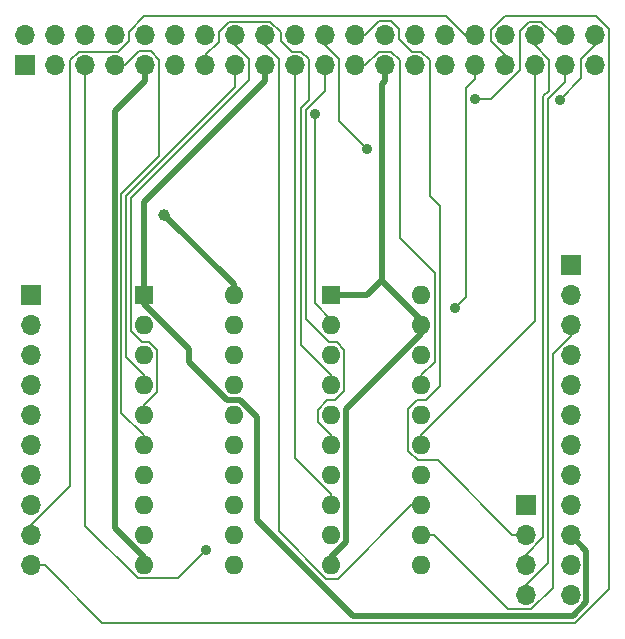
<source format=gbl>
G04 #@! TF.GenerationSoftware,KiCad,Pcbnew,(6.0.9)*
G04 #@! TF.CreationDate,2022-12-17T09:19:39+09:00*
G04 #@! TF.ProjectId,fc-dumper-base-hat-2,66632d64-756d-4706-9572-2d626173652d,rev?*
G04 #@! TF.SameCoordinates,PX5f5e100PY5f5e100*
G04 #@! TF.FileFunction,Copper,L2,Bot*
G04 #@! TF.FilePolarity,Positive*
%FSLAX46Y46*%
G04 Gerber Fmt 4.6, Leading zero omitted, Abs format (unit mm)*
G04 Created by KiCad (PCBNEW (6.0.9)) date 2022-12-17 09:19:39*
%MOMM*%
%LPD*%
G01*
G04 APERTURE LIST*
G04 #@! TA.AperFunction,ComponentPad*
%ADD10R,1.600000X1.600000*%
G04 #@! TD*
G04 #@! TA.AperFunction,ComponentPad*
%ADD11O,1.600000X1.600000*%
G04 #@! TD*
G04 #@! TA.AperFunction,ComponentPad*
%ADD12R,1.700000X1.700000*%
G04 #@! TD*
G04 #@! TA.AperFunction,ComponentPad*
%ADD13O,1.700000X1.700000*%
G04 #@! TD*
G04 #@! TA.AperFunction,ViaPad*
%ADD14C,1.000000*%
G04 #@! TD*
G04 #@! TA.AperFunction,ViaPad*
%ADD15C,0.900000*%
G04 #@! TD*
G04 #@! TA.AperFunction,Conductor*
%ADD16C,0.500000*%
G04 #@! TD*
G04 #@! TA.AperFunction,Conductor*
%ADD17C,0.200000*%
G04 #@! TD*
G04 APERTURE END LIST*
D10*
X34300000Y31745000D03*
D11*
X34300000Y29205000D03*
X34300000Y26665000D03*
X34300000Y24125000D03*
X34300000Y21585000D03*
X34300000Y19045000D03*
X34300000Y16505000D03*
X34300000Y13965000D03*
X34300000Y11425000D03*
X34300000Y8885000D03*
X41920000Y8885000D03*
X41920000Y11425000D03*
X41920000Y13965000D03*
X41920000Y16505000D03*
X41920000Y19045000D03*
X41920000Y21585000D03*
X41920000Y24125000D03*
X41920000Y26665000D03*
X41920000Y29205000D03*
X41920000Y31745000D03*
D10*
X18425000Y31745000D03*
D11*
X18425000Y29205000D03*
X18425000Y26665000D03*
X18425000Y24125000D03*
X18425000Y21585000D03*
X18425000Y19045000D03*
X18425000Y16505000D03*
X18425000Y13965000D03*
X18425000Y11425000D03*
X18425000Y8885000D03*
X26045000Y8885000D03*
X26045000Y11425000D03*
X26045000Y13965000D03*
X26045000Y16505000D03*
X26045000Y19045000D03*
X26045000Y21585000D03*
X26045000Y24125000D03*
X26045000Y26665000D03*
X26045000Y29205000D03*
X26045000Y31745000D03*
D12*
X54610000Y34290000D03*
D13*
X54610000Y31750000D03*
X54610000Y29210000D03*
X54610000Y26670000D03*
X54610000Y24130000D03*
X54610000Y21590000D03*
X54610000Y19050000D03*
X54610000Y16510000D03*
X54610000Y13970000D03*
X54610000Y11430000D03*
X54610000Y8890000D03*
X54610000Y6350000D03*
D12*
X50800000Y13970000D03*
D13*
X50800000Y11430000D03*
X50800000Y8890000D03*
X50800000Y6350000D03*
D12*
X8890000Y31750000D03*
D13*
X8890000Y29210000D03*
X8890000Y26670000D03*
X8890000Y24130000D03*
X8890000Y21590000D03*
X8890000Y19050000D03*
X8890000Y16510000D03*
X8890000Y13970000D03*
X8890000Y11430000D03*
X8890000Y8890000D03*
D12*
X8370000Y51230000D03*
D13*
X8370000Y53770000D03*
X10910000Y51230000D03*
X10910000Y53770000D03*
X13450000Y51230000D03*
X13450000Y53770000D03*
X15990000Y51230000D03*
X15990000Y53770000D03*
X18530000Y51230000D03*
X18530000Y53770000D03*
X21070000Y51230000D03*
X21070000Y53770000D03*
X23610000Y51230000D03*
X23610000Y53770000D03*
X26150000Y51230000D03*
X26150000Y53770000D03*
X28690000Y51230000D03*
X28690000Y53770000D03*
X31230000Y51230000D03*
X31230000Y53770000D03*
X33770000Y51230000D03*
X33770000Y53770000D03*
X36310000Y51230000D03*
X36310000Y53770000D03*
X38850000Y51230000D03*
X38850000Y53770000D03*
X41390000Y51230000D03*
X41390000Y53770000D03*
X43930000Y51230000D03*
X43930000Y53770000D03*
X46470000Y51230000D03*
X46470000Y53770000D03*
X49010000Y51230000D03*
X49010000Y53770000D03*
X51550000Y51230000D03*
X51550000Y53770000D03*
X54090000Y51230000D03*
X54090000Y53770000D03*
X56630000Y51230000D03*
X56630000Y53770000D03*
D14*
X20154300Y38552800D03*
D15*
X32910800Y47129400D03*
X37308900Y44127600D03*
X44748600Y30644800D03*
X46450000Y48392200D03*
X53646300Y48309600D03*
X23732100Y10155000D03*
D16*
X38850000Y51230000D02*
X38850000Y49929900D01*
X15964600Y47364500D02*
X18530000Y49929900D01*
X18425000Y8885000D02*
X18425000Y9588200D01*
X38850000Y49929900D02*
X38600000Y49679900D01*
X15964600Y12048600D02*
X15964600Y47364500D01*
X38600000Y49679900D02*
X38600000Y33007100D01*
X34300000Y9588100D02*
X35550100Y10838200D01*
X41920000Y29205000D02*
X41920000Y29687100D01*
X18425000Y9588200D02*
X15964600Y12048600D01*
X35550100Y10838200D02*
X35550100Y22103000D01*
X34300000Y8885000D02*
X34300000Y9588100D01*
X41920000Y28472900D02*
X41920000Y29205000D01*
X35550100Y22103000D02*
X41920000Y28472900D01*
X34300000Y31745000D02*
X37325000Y31745000D01*
X41920000Y29687100D02*
X38600000Y33007100D01*
X37325000Y31745000D02*
X38600000Y33020000D01*
X18530000Y49929900D02*
X18530000Y51230000D01*
X22225000Y26138900D02*
X25508900Y22855000D01*
X55912100Y10127900D02*
X54610000Y11430000D01*
X28690000Y51230000D02*
X28690000Y49929900D01*
X54751300Y4610600D02*
X55912100Y5771400D01*
X18425000Y31745000D02*
X18425000Y31041900D01*
X26611200Y22855000D02*
X28044900Y21421300D01*
X28044900Y12731300D02*
X36165600Y4610600D01*
X25508900Y22855000D02*
X26611200Y22855000D01*
X18425000Y31041900D02*
X22225000Y27241900D01*
X36165600Y4610600D02*
X54751300Y4610600D01*
X28044900Y21421300D02*
X28044900Y12731300D01*
X18425000Y39664900D02*
X28690000Y49929900D01*
X22225000Y27241900D02*
X22225000Y26138900D01*
X55912100Y5771400D02*
X55912100Y10127900D01*
X18425000Y32370100D02*
X18425000Y32995100D01*
X18425000Y32995100D02*
X18425000Y39664900D01*
X18425000Y32370100D02*
X18425000Y31745000D01*
X26035000Y32672100D02*
X26035000Y32385000D01*
X26035000Y32385000D02*
X26045000Y32375000D01*
X20154300Y38552800D02*
X26035000Y32672100D01*
X26045000Y32375000D02*
X26045000Y31745000D01*
D17*
X18022600Y52400000D02*
X19014400Y52400000D01*
X19701800Y51712600D02*
X19701800Y43524400D01*
X19014400Y52400000D02*
X19701800Y51712600D01*
X15990000Y51230000D02*
X16852600Y51230000D01*
X18425000Y19917100D02*
X18425000Y19045000D01*
X16852600Y51230000D02*
X18022600Y52400000D01*
X16514700Y21827400D02*
X18425000Y19917100D01*
X16514700Y40337300D02*
X16514700Y21827400D01*
X19701800Y43524400D02*
X16514700Y40337300D01*
X34300000Y29205000D02*
X34300000Y29688100D01*
X34300000Y29688100D02*
X32910800Y31077300D01*
X32910800Y31077300D02*
X32910800Y47129400D01*
X30955700Y52380200D02*
X31768200Y52380200D01*
X23610000Y51230000D02*
X23610000Y52092500D01*
X24760100Y54044000D02*
X25652600Y54936500D01*
X29153500Y54936500D02*
X30040100Y54049900D01*
X31768200Y52380200D02*
X32425300Y51723100D01*
X32425300Y48270400D02*
X31760600Y47605700D01*
X31760600Y27536500D02*
X34300000Y24997100D01*
X31760600Y47605700D02*
X31760600Y27536500D01*
X23610000Y52092500D02*
X24760100Y53242600D01*
X25652600Y54936500D02*
X29153500Y54936500D01*
X32425300Y51723100D02*
X32425300Y48270400D01*
X24760100Y53242600D02*
X24760100Y54044000D01*
X30040100Y54049900D02*
X30040100Y53295800D01*
X34300000Y24997100D02*
X34300000Y24125000D01*
X30040100Y53295800D02*
X30955700Y52380200D01*
X18425000Y24997100D02*
X16914800Y26507300D01*
X16914800Y26507300D02*
X16914800Y40128500D01*
X26150000Y49363700D02*
X26150000Y51230000D01*
X18425000Y24125000D02*
X18425000Y24997100D01*
X16914800Y40128500D02*
X26150000Y49363700D01*
X26150000Y53770000D02*
X26150000Y52907400D01*
X19558500Y27117100D02*
X19558500Y23590700D01*
X17324800Y39972600D02*
X17324800Y28710200D01*
X27301600Y51755800D02*
X27301600Y49949400D01*
X19558500Y23590700D02*
X18425000Y22457200D01*
X18884700Y27790900D02*
X19558500Y27117100D01*
X27301600Y49949400D02*
X17324800Y39972600D01*
X18244100Y27790900D02*
X18884700Y27790900D01*
X17324800Y28710200D02*
X18244100Y27790900D01*
X18425000Y22457200D02*
X18425000Y21585000D01*
X26150000Y52907400D02*
X27301600Y51755800D01*
X33857900Y7767800D02*
X34850600Y7767800D01*
X41280000Y13965000D02*
X41920000Y13965000D01*
X29840100Y51757400D02*
X29840100Y11785600D01*
X34850600Y7767800D02*
X41052800Y13970000D01*
X41275000Y13970000D02*
X41280000Y13965000D01*
X28690000Y53770000D02*
X28690000Y52907500D01*
X29840100Y11785600D02*
X33857900Y7767800D01*
X41052800Y13970000D02*
X41275000Y13970000D01*
X28690000Y52907500D02*
X29840100Y51757400D01*
X34300000Y13965000D02*
X34300000Y14927600D01*
X31230000Y17997600D02*
X31230000Y51230000D01*
X34300000Y14927600D02*
X31230000Y17997600D01*
X34290000Y19685000D02*
X34290000Y19927100D01*
X34750700Y27775900D02*
X34134200Y27775900D01*
X33770000Y49049300D02*
X33770000Y51230000D01*
X32160700Y29749400D02*
X32160700Y47440000D01*
X34290000Y19927100D02*
X33190000Y21027100D01*
X33190000Y21027100D02*
X33190000Y22074000D01*
X33190000Y22074000D02*
X33971000Y22855000D01*
X34300000Y19045000D02*
X34300000Y19675000D01*
X34134200Y27775900D02*
X32160700Y29749400D01*
X34586900Y22855000D02*
X35401600Y23669700D01*
X35401600Y27125000D02*
X34750700Y27775900D01*
X32160700Y47440000D02*
X33770000Y49049300D01*
X33971000Y22855000D02*
X34586900Y22855000D01*
X35401600Y23669700D02*
X35401600Y27125000D01*
X34300000Y19675000D02*
X34290000Y19685000D01*
X33770000Y52907500D02*
X34920100Y51757400D01*
X33770000Y53770000D02*
X33770000Y52907500D01*
X34920100Y51757400D02*
X34920100Y46516400D01*
X34920100Y46516400D02*
X37308900Y44127600D01*
X43072400Y33660500D02*
X43072400Y26149600D01*
X41920000Y24755000D02*
X41920000Y24125000D01*
X40120000Y51648400D02*
X40120000Y36612900D01*
X39388200Y52380200D02*
X40120000Y51648400D01*
X37172600Y51230000D02*
X38322800Y52380200D01*
X38322800Y52380200D02*
X39388200Y52380200D01*
X41910000Y24987200D02*
X41910000Y24765000D01*
X41910000Y24765000D02*
X41920000Y24755000D01*
X43072400Y26149600D02*
X41910000Y24987200D01*
X36310000Y51230000D02*
X37172600Y51230000D01*
X40120000Y36612900D02*
X43072400Y33660500D01*
X41115700Y52380200D02*
X41928200Y52380200D01*
X42308900Y22871700D02*
X41599900Y22871700D01*
X42660000Y51648400D02*
X42660000Y40134900D01*
X39323200Y54986500D02*
X40000200Y54309500D01*
X43472600Y39322300D02*
X43472600Y24035400D01*
X40000200Y53495700D02*
X41115700Y52380200D01*
X43304900Y17775000D02*
X49649900Y11430000D01*
X41599900Y22871700D02*
X40816300Y22088100D01*
X42660000Y40134900D02*
X43472600Y39322300D01*
X41634200Y17775000D02*
X43304900Y17775000D01*
X49649900Y11430000D02*
X50800000Y11430000D01*
X38389100Y54986500D02*
X39323200Y54986500D01*
X40816300Y18592900D02*
X41634200Y17775000D01*
X40000200Y54309500D02*
X40000200Y53495700D01*
X43472600Y24035400D02*
X42308900Y22871700D01*
X41928200Y52380200D02*
X42660000Y51648400D01*
X36310000Y53770000D02*
X37172600Y53770000D01*
X37172600Y53770000D02*
X38389100Y54986500D01*
X40816300Y22088100D02*
X40816300Y18592900D01*
X45700000Y49309900D02*
X45700000Y31596200D01*
X45700000Y31596200D02*
X44748600Y30644800D01*
X46470000Y50079900D02*
X45700000Y49309900D01*
X46470000Y51230000D02*
X46470000Y50079900D01*
X46470000Y53770000D02*
X45607400Y53770000D01*
X12180000Y51648400D02*
X12180000Y15631800D01*
X12180000Y15631800D02*
X8890000Y12341800D01*
X8890000Y12341800D02*
X8890000Y11430000D01*
X17140200Y54038100D02*
X17140200Y53269000D01*
X12911800Y52380200D02*
X12180000Y51648400D01*
X43990700Y55386700D02*
X18488800Y55386700D01*
X17140200Y53269000D02*
X16251400Y52380200D01*
X45607400Y53770000D02*
X43990700Y55386700D01*
X18488800Y55386700D02*
X17140200Y54038100D01*
X16251400Y52380200D02*
X12911800Y52380200D01*
X51550000Y52907400D02*
X52739900Y51717500D01*
X50800000Y9801800D02*
X50800000Y8890000D01*
X51550000Y53770000D02*
X51550000Y52907400D01*
X52259500Y11261300D02*
X50800000Y9801800D01*
X52259500Y48600400D02*
X52259500Y11261300D01*
X52739900Y51717500D02*
X52739900Y49080800D01*
X52739900Y49080800D02*
X52259500Y48600400D01*
X50800000Y7261800D02*
X52659600Y9121400D01*
X54090000Y49814000D02*
X54090000Y51230000D01*
X50800000Y6350000D02*
X50800000Y7261800D01*
X52659600Y9121400D02*
X52659600Y48383600D01*
X52659600Y48383600D02*
X54090000Y49814000D01*
X47826700Y53275900D02*
X47826700Y54217800D01*
X54967500Y4045100D02*
X14885000Y4045100D01*
X49010000Y51230000D02*
X49010000Y52092600D01*
X56720100Y55386500D02*
X57835000Y54271600D01*
X10040100Y8890000D02*
X8890000Y8890000D01*
X49010000Y52092600D02*
X47826700Y53275900D01*
X47826700Y54217800D02*
X48995400Y55386500D01*
X57835000Y54271600D02*
X57835000Y6912600D01*
X14885000Y4045100D02*
X10040100Y8890000D01*
X48995400Y55386500D02*
X56720100Y55386500D01*
X57835000Y6912600D02*
X54967500Y4045100D01*
X41910000Y19685000D02*
X41920000Y19675000D01*
X51550000Y51230000D02*
X51550000Y29547200D01*
X41920000Y19675000D02*
X41920000Y19045000D01*
X41910000Y19907200D02*
X41910000Y19685000D01*
X51550000Y29547200D02*
X41910000Y19907200D01*
X52071000Y54926400D02*
X51069400Y54926400D01*
X47830800Y48392200D02*
X46450000Y48392200D01*
X53227400Y53770000D02*
X52071000Y54926400D01*
X51069400Y54926400D02*
X50280000Y54137000D01*
X50280000Y54137000D02*
X50280000Y50841400D01*
X50280000Y50841400D02*
X47830800Y48392200D01*
X54090000Y53770000D02*
X53227400Y53770000D01*
X56630000Y52907500D02*
X55479900Y51757400D01*
X55479900Y51757400D02*
X55479900Y50143200D01*
X56630000Y53770000D02*
X56630000Y52907500D01*
X55479900Y50143200D02*
X53646300Y48309600D01*
X43020100Y11425000D02*
X41920000Y11425000D01*
X54610000Y28347500D02*
X53059800Y26797300D01*
X54610000Y29210000D02*
X54610000Y28347500D01*
X53059800Y6978100D02*
X51253700Y5172000D01*
X49273100Y5172000D02*
X43020100Y11425000D01*
X51253700Y5172000D02*
X49273100Y5172000D01*
X53059800Y26797300D02*
X53059800Y6978100D01*
X17910100Y7783400D02*
X13450000Y12243500D01*
X23732100Y10155000D02*
X21360500Y7783400D01*
X21360500Y7783400D02*
X17910100Y7783400D01*
X13450000Y12243500D02*
X13450000Y51230000D01*
M02*

</source>
